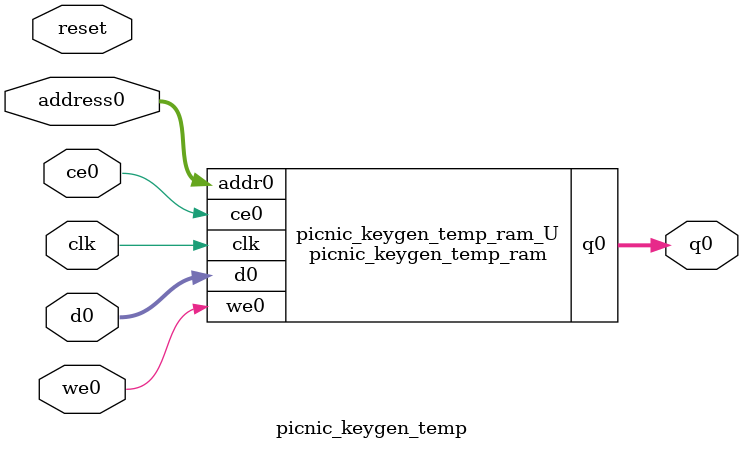
<source format=v>
`timescale 1 ns / 1 ps
module picnic_keygen_temp_ram (addr0, ce0, d0, we0, q0,  clk);

parameter DWIDTH = 32;
parameter AWIDTH = 3;
parameter MEM_SIZE = 8;

input[AWIDTH-1:0] addr0;
input ce0;
input[DWIDTH-1:0] d0;
input we0;
output reg[DWIDTH-1:0] q0;
input clk;

(* ram_style = "distributed" *)reg [DWIDTH-1:0] ram[0:MEM_SIZE-1];




always @(posedge clk)  
begin 
    if (ce0) begin
        if (we0) 
            ram[addr0] <= d0; 
        q0 <= ram[addr0];
    end
end


endmodule

`timescale 1 ns / 1 ps
module picnic_keygen_temp(
    reset,
    clk,
    address0,
    ce0,
    we0,
    d0,
    q0);

parameter DataWidth = 32'd32;
parameter AddressRange = 32'd8;
parameter AddressWidth = 32'd3;
input reset;
input clk;
input[AddressWidth - 1:0] address0;
input ce0;
input we0;
input[DataWidth - 1:0] d0;
output[DataWidth - 1:0] q0;



picnic_keygen_temp_ram picnic_keygen_temp_ram_U(
    .clk( clk ),
    .addr0( address0 ),
    .ce0( ce0 ),
    .we0( we0 ),
    .d0( d0 ),
    .q0( q0 ));

endmodule


</source>
